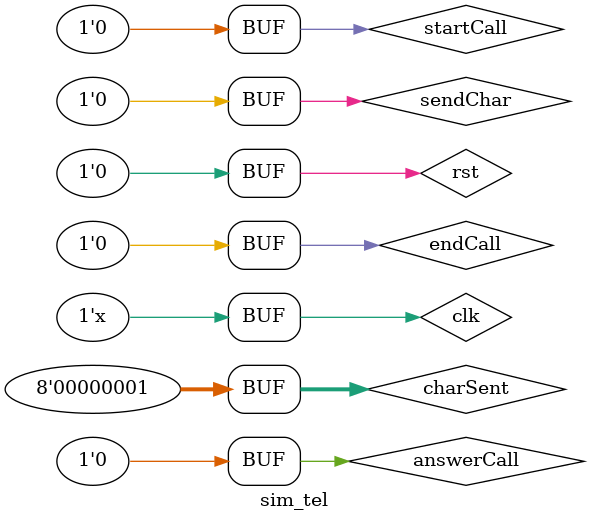
<source format=v>
`timescale 1ns / 1ps


module sim_tel();

    reg clk, rst, startCall, answerCall, endCall, sendChar;
    reg[7:0] charSent;
    wire[63:0] statusMsg;
    wire[63:0] sentMsg;
    
    always #5 clk = ~clk;
    
    tel_conv UUT(
        .clk(clk),
        .rst(rst),
        .startCall(startCall),
        .answerCall(answerCall),
        .endCall(endCall),
        .sendChar(sendChar),
        .charSent(charSent),
        .statusMsg(statusMsg),
        .sentMsg(sentMsg)   
    );
    
    initial begin
        // INITIAL STATE
        clk = 0; rst = 0; startCall = 0; answerCall = 0;  endCall = 0; charSent = " ";
	    #10; 
        // SYN. RESET
        rst=1; 
        #10; // WAIT FOR CYCLE
        rst=0; 
        #10; 
        rst=0;              // reset
        // BUSY STATE TEST
        startCall=1; // START THE CALL
        #10; 
        startCall=0; 
        #150;          // RING THE PHONE 10 CYCLES, WAIT FOR BUSY STATE                      
        // REJECTED STATE TEST
        startCall=1; // START THE CALL
        #10; 
        startCall=0; 
        #40;         
        endCall=1; 
        #10; 
        endCall=0; 
        #40;
        
        
        startCall=1; // Start call
        #10; 
        startCall=0; 
        #10; // RING         
        endCall=1; 
        #10; 
        endCall=0; 
        #150; // REJECT THE CALL --> STATE REJECTION
        
        startCall=1; // START CALL
        #10; // MAKE SURE WE SEE A POSITIVE EDGE
        startCall=0;              
        #10;                 
        answerCall=1; // GO TO CALL STATE
        #10; 
        answerCall=0;            
        #10;                                        
        // SEND CHARS
        sendChar=1; charSent="S"; #10; // cost 2 msg  --> S
        sendChar=1; charSent="A"; #10; // cost 2 msg, cost becomes 4 --> SA
        sendChar=1; charSent="D"; #10; // cost 2 msg, cost becomes 6 --> SAD
        sendChar=1; charSent="I"; #10; // cost 2 msg, cost becomes 8 --> SADI
        sendChar=1; charSent=" "; #10; // cost 2 msg, cost becomes 10 --> "SADI "
        sendChar=1; charSent="A"; #10; // cost 2 msg, cost becomes 12 --> SADI A
        sendChar=1; charSent="K"; #10; // cost 2 msg, cost becomes 14 --> SADI AK
        sendChar=1; charSent="I"; #10; // cost 2 msg, cost becomes 16 --> SADI AKI
        sendChar=1; charSent= 31; #10; // Invalid char, cost and msg does not change --> SADI AKI
        sendChar=1; charSent="F"; #10; // cost 2 msg, cost becomes 18 --> ADI AKIF
        sendChar=1; charSent="1"; #10; sendChar = 0; // cost 1 msg, cost becomes 19 --> DI AKIF1
        #30;
        sendChar=1; charSent=127; #10; sendChar=0; charSent = 1; #10; // Finish call with char127, cost is 21
        #80; 
        
        #50;
        startCall=1; // START CALL
        #10; // MAKE SURE WE SEE A POSITIVE EDGE
        startCall=0;              
        #10;          // RING RING RING  
        answerCall=1; // GO TO CALL STATE
        #10; 
        answerCall=0;            
        #50; 
        endCall = 1;
        #10;
        endCall = 0;
        #30;  
        
        
    end
    
    
endmodule

</source>
